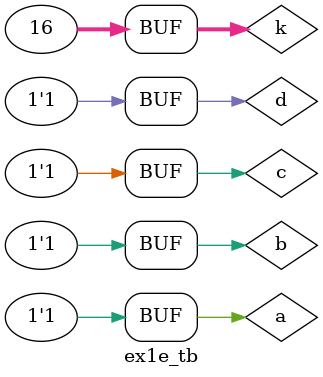
<source format=v>
module ex1e (
	input a, b, c, d,
	output f5
);
	assign f5 = (~b & d) | (b & ~d) | (~a & d);
endmodule

module ex1e_tb;
	reg a, b, c, d;
	wire f5;

	ex1e ex1e_i (.a(a), .b(b), .c(c), .d(d), .f5(f5));

	integer k;
	initial begin
		$display("Time\ta\tb\tc\td\tabcd_10\tf5");
		$monitor("%0t\t%b\t%b\t%b\t%b\t%0d\t%b", $time, a, b, c, d, {a,b,c,d}, f5);
		{a, b, c, d} = 0;
		for (k = 1; k < 16; k = k + 1)
			#10 {a, b, c, d} = k;
	end
endmodule
</source>
